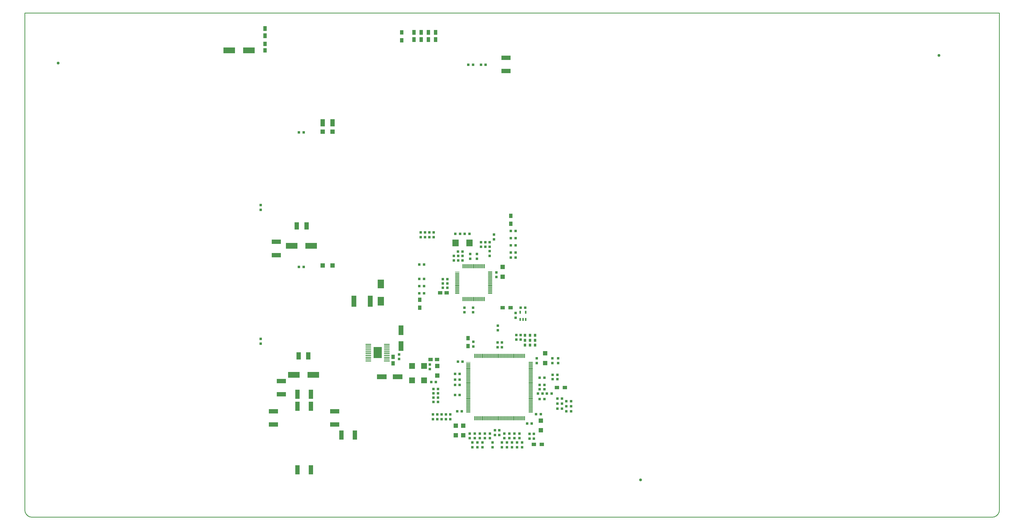
<source format=gtp>
%FSLAX24Y24*%
%MOIN*%
G70*
G01*
G75*
%ADD10C,0.0110*%
%ADD11C,0.0380*%
%ADD12C,0.0100*%
%ADD13R,0.0380X0.0380*%
%ADD14R,0.0600X0.0500*%
%ADD15R,0.0600X0.0600*%
%ADD16O,0.0630X0.0110*%
%ADD17O,0.0110X0.0630*%
%ADD18O,0.0630X0.0110*%
%ADD19R,0.0630X0.0110*%
%ADD20R,0.0500X0.0600*%
%ADD21R,0.0500X0.0650*%
%ADD22R,0.1614X0.0827*%
%ADD23R,0.0600X0.1000*%
%ADD24R,0.1250X0.0600*%
%ADD25R,0.0380X0.0425*%
%ADD26R,0.0709X0.1575*%
%ADD27C,0.0400*%
%ADD28R,0.1378X0.0709*%
%ADD29R,0.0709X0.1378*%
%ADD30R,0.0800X0.0800*%
%ADD31O,0.0846X0.0138*%
%ADD32R,0.0846X0.0138*%
%ADD33R,0.1181X0.1575*%
%ADD34R,0.0600X0.1250*%
%ADD35R,0.0900X0.1200*%
%ADD36R,0.0236X0.0433*%
%ADD37R,0.0906X0.0945*%
%ADD38C,0.0600*%
%ADD39C,0.0400*%
%ADD40C,0.0110*%
%ADD41C,0.0250*%
%ADD42C,0.0500*%
%ADD43C,0.0200*%
%ADD44C,0.0150*%
%ADD45C,0.0300*%
%ADD46C,0.0120*%
%ADD47C,0.1000*%
%ADD48C,0.0370*%
%ADD49C,0.0130*%
%ADD50C,0.0390*%
%ADD51C,0.0290*%
%ADD52C,0.0140*%
%ADD53C,0.0180*%
%ADD54C,0.0800*%
%ADD55R,0.5050X0.4500*%
%ADD56R,0.5050X0.4550*%
%ADD57R,0.5200X0.4550*%
%ADD58R,0.5050X0.9550*%
%ADD59C,0.0620*%
%ADD60C,0.0500*%
%ADD61C,0.0600*%
%ADD62C,0.1181*%
%ADD63P,0.1181X8X0*%
%ADD64C,0.0650*%
%ADD65C,0.2600*%
%ADD66C,0.0945*%
%ADD67C,0.0787*%
%ADD68C,0.0906*%
%ADD69P,0.0620X8X0*%
%ADD70C,0.1575*%
%ADD71C,0.0450*%
%ADD72C,0.0080*%
%ADD73C,0.0098*%
%ADD74C,0.0060*%
%ADD75C,0.0079*%
%ADD76C,0.0090*%
%ADD77C,0.0160*%
%ADD78R,0.0300X0.0500*%
%ADD79R,0.1500X0.0500*%
%ADD80R,0.0430X0.3100*%
%ADD81R,0.0130X0.0360*%
D12*
X165550Y41981D02*
X165648Y41986D01*
X165745Y42000D01*
X165840Y42024D01*
X165933Y42057D01*
X166021Y42099D01*
X166106Y42149D01*
X166184Y42208D01*
X166257Y42274D01*
X166323Y42346D01*
X166381Y42425D01*
X166432Y42509D01*
X166474Y42598D01*
X166507Y42690D01*
X166531Y42786D01*
X166545Y42883D01*
X166550Y42981D01*
X31350D02*
X31355Y42883D01*
X31369Y42786D01*
X31393Y42690D01*
X31426Y42598D01*
X31468Y42509D01*
X31519Y42425D01*
X31577Y42346D01*
X31643Y42274D01*
X31716Y42208D01*
X31794Y42149D01*
X31879Y42099D01*
X31967Y42057D01*
X32060Y42024D01*
X32155Y42000D01*
X32252Y41986D01*
X32350Y41981D01*
X165550D01*
X31350Y112031D02*
X166550D01*
X31350Y42981D02*
Y112031D01*
X166550Y42981D02*
Y112031D01*
D13*
X94100Y78531D02*
D03*
X95850Y78281D02*
D03*
X94650Y80181D02*
D03*
X99450Y69681D02*
D03*
Y70331D02*
D03*
X90900Y78281D02*
D03*
Y77631D02*
D03*
X94100Y77881D02*
D03*
X93550Y70431D02*
D03*
Y71081D02*
D03*
X89350Y73831D02*
D03*
X90000D02*
D03*
X89350Y74431D02*
D03*
X90000D02*
D03*
X93150Y77881D02*
D03*
Y78531D02*
D03*
X95250Y79531D02*
D03*
Y80181D02*
D03*
X95850Y79531D02*
D03*
Y80181D02*
D03*
X92100Y78281D02*
D03*
Y77631D02*
D03*
X95300Y104831D02*
D03*
X94650D02*
D03*
X95850Y78931D02*
D03*
X94650Y79531D02*
D03*
X91450Y78881D02*
D03*
X92100D02*
D03*
X91500Y78281D02*
D03*
Y77631D02*
D03*
X91100Y81331D02*
D03*
X91750D02*
D03*
X93050D02*
D03*
X92400D02*
D03*
X96800Y75331D02*
D03*
Y75981D02*
D03*
X92350Y71081D02*
D03*
Y70431D02*
D03*
X90000Y75031D02*
D03*
X89350D02*
D03*
X92900Y104831D02*
D03*
X93550D02*
D03*
X96450Y80581D02*
D03*
Y81231D02*
D03*
X100800Y71081D02*
D03*
X100150D02*
D03*
X99450Y78731D02*
D03*
X98800D02*
D03*
X99450Y79731D02*
D03*
X98800D02*
D03*
X99450Y78031D02*
D03*
X98800D02*
D03*
Y80731D02*
D03*
X99450D02*
D03*
X88100Y80881D02*
D03*
X87500D02*
D03*
X97000Y68581D02*
D03*
X88100Y81531D02*
D03*
X64100Y84681D02*
D03*
Y85331D02*
D03*
Y66731D02*
D03*
Y66081D02*
D03*
X70050Y95431D02*
D03*
X69400D02*
D03*
X87750Y60731D02*
D03*
X88400D02*
D03*
X102000Y52881D02*
D03*
Y53531D02*
D03*
X101400Y52881D02*
D03*
Y53531D02*
D03*
X102950Y56281D02*
D03*
X102300D02*
D03*
X97900Y52931D02*
D03*
Y53581D02*
D03*
X97550Y51681D02*
D03*
Y52331D02*
D03*
X94850D02*
D03*
Y51681D02*
D03*
X100350Y52331D02*
D03*
X100000Y53581D02*
D03*
X99650Y52331D02*
D03*
X99300Y53581D02*
D03*
X98950Y52331D02*
D03*
X98600Y53581D02*
D03*
X98250Y52331D02*
D03*
X96250D02*
D03*
X95900Y53581D02*
D03*
X95200D02*
D03*
X94500D02*
D03*
X94150Y52331D02*
D03*
X93800Y53581D02*
D03*
X93450Y52331D02*
D03*
X93100Y53581D02*
D03*
X90400Y56231D02*
D03*
X89800D02*
D03*
X89200D02*
D03*
X88700Y57981D02*
D03*
X88050Y58581D02*
D03*
Y59181D02*
D03*
X88700Y59781D02*
D03*
Y58581D02*
D03*
X90400Y55581D02*
D03*
X93800Y52931D02*
D03*
X95900D02*
D03*
X99300D02*
D03*
X100350Y51681D02*
D03*
X88700Y59181D02*
D03*
X89800Y55581D02*
D03*
X93450Y51681D02*
D03*
X94500Y52931D02*
D03*
X96250Y51681D02*
D03*
X98250D02*
D03*
X98950D02*
D03*
X100000Y52931D02*
D03*
X89200Y55581D02*
D03*
X93100Y52931D02*
D03*
X94150Y51681D02*
D03*
X95200Y52931D02*
D03*
X98600D02*
D03*
X99650Y51681D02*
D03*
X88050Y59781D02*
D03*
X88600Y55581D02*
D03*
X88000D02*
D03*
X88050Y57981D02*
D03*
X102800Y61331D02*
D03*
Y60331D02*
D03*
Y58381D02*
D03*
X97200Y54031D02*
D03*
X91700Y58931D02*
D03*
Y61881D02*
D03*
X97550Y65581D02*
D03*
X96950Y66231D02*
D03*
X102400Y64031D02*
D03*
X103450Y59731D02*
D03*
X101700Y54981D02*
D03*
X96600Y53381D02*
D03*
X91350Y56681D02*
D03*
X91450Y63581D02*
D03*
X91050Y60331D02*
D03*
X93600Y66331D02*
D03*
X103450Y61331D02*
D03*
Y60331D02*
D03*
Y58381D02*
D03*
X97200Y53381D02*
D03*
X91050Y58931D02*
D03*
Y61881D02*
D03*
X97550Y66231D02*
D03*
X96950Y65581D02*
D03*
X102400Y63381D02*
D03*
X102800Y59731D02*
D03*
X101050Y54981D02*
D03*
X96600Y54031D02*
D03*
X92000Y56681D02*
D03*
X92100Y63581D02*
D03*
X91700Y60331D02*
D03*
X93600Y65681D02*
D03*
X91050Y61081D02*
D03*
X91700D02*
D03*
X87500Y81531D02*
D03*
X86900Y80881D02*
D03*
Y81531D02*
D03*
X86300Y80881D02*
D03*
Y81531D02*
D03*
X97000Y67931D02*
D03*
X87550Y62531D02*
D03*
Y63181D02*
D03*
X86750Y74081D02*
D03*
Y75081D02*
D03*
Y77081D02*
D03*
X83300Y64581D02*
D03*
Y63931D02*
D03*
X70050Y76731D02*
D03*
X69400D02*
D03*
X86100Y77081D02*
D03*
Y74081D02*
D03*
Y75081D02*
D03*
X88000Y56231D02*
D03*
X88600D02*
D03*
X86100Y73081D02*
D03*
X86750D02*
D03*
X99550Y66631D02*
D03*
Y67281D02*
D03*
X100150Y66631D02*
D03*
Y67281D02*
D03*
X106500Y57381D02*
D03*
X104450Y59131D02*
D03*
X105250Y61731D02*
D03*
X105350Y64031D02*
D03*
X104550D02*
D03*
X105250Y61131D02*
D03*
Y57731D02*
D03*
Y58431D02*
D03*
X104600Y61131D02*
D03*
Y61731D02*
D03*
X105350Y63381D02*
D03*
X104550D02*
D03*
X103800Y59131D02*
D03*
X106500Y58081D02*
D03*
X98800Y81731D02*
D03*
X99450D02*
D03*
X105250Y57031D02*
D03*
X105900Y58431D02*
D03*
X107150Y58081D02*
D03*
Y57381D02*
D03*
X105900Y57731D02*
D03*
Y57031D02*
D03*
X106500Y56681D02*
D03*
X107150D02*
D03*
X103200Y59131D02*
D03*
X102550D02*
D03*
D14*
X89000Y73131D02*
D03*
X89900D02*
D03*
X98750Y71081D02*
D03*
X97650D02*
D03*
X88550Y63881D02*
D03*
X87650D02*
D03*
X105200Y59981D02*
D03*
X106300D02*
D03*
X103100Y52081D02*
D03*
X102000D02*
D03*
D15*
X97650Y75381D02*
D03*
Y76731D02*
D03*
X72700Y95531D02*
D03*
X74050D02*
D03*
X102950Y55381D02*
D03*
X92200Y54681D02*
D03*
X91150Y53331D02*
D03*
X102950Y54031D02*
D03*
X92200Y53331D02*
D03*
X91150Y54681D02*
D03*
X103550Y63381D02*
D03*
Y64731D02*
D03*
X72700Y76931D02*
D03*
X74050D02*
D03*
X88600Y61631D02*
D03*
Y62981D02*
D03*
D16*
X95917Y76031D02*
D03*
Y74062D02*
D03*
Y73865D02*
D03*
Y73275D02*
D03*
Y73472D02*
D03*
Y73668D02*
D03*
Y75637D02*
D03*
Y75440D02*
D03*
Y75243D02*
D03*
Y74850D02*
D03*
Y74456D02*
D03*
Y73078D02*
D03*
X91350Y73472D02*
D03*
Y73865D02*
D03*
Y74062D02*
D03*
Y74653D02*
D03*
Y74850D02*
D03*
Y75243D02*
D03*
Y75440D02*
D03*
Y75637D02*
D03*
Y75834D02*
D03*
X95917Y74259D02*
D03*
Y75834D02*
D03*
Y75046D02*
D03*
Y74653D02*
D03*
X91350Y74456D02*
D03*
Y74259D02*
D03*
Y73668D02*
D03*
Y73078D02*
D03*
Y73275D02*
D03*
X101561Y62496D02*
D03*
Y62103D02*
D03*
Y61906D02*
D03*
Y60922D02*
D03*
Y57969D02*
D03*
Y57772D02*
D03*
Y57575D02*
D03*
Y57378D02*
D03*
Y58559D02*
D03*
X92900Y63284D02*
D03*
Y56985D02*
D03*
Y57378D02*
D03*
X101561Y63481D02*
D03*
Y63284D02*
D03*
Y62890D02*
D03*
Y62693D02*
D03*
Y61512D02*
D03*
Y61315D02*
D03*
Y60331D02*
D03*
Y59937D02*
D03*
Y59741D02*
D03*
Y58363D02*
D03*
Y58166D02*
D03*
Y56591D02*
D03*
X92900D02*
D03*
Y56788D02*
D03*
Y57182D02*
D03*
Y57575D02*
D03*
Y57772D02*
D03*
Y58756D02*
D03*
Y58953D02*
D03*
Y60528D02*
D03*
Y60922D02*
D03*
Y61118D02*
D03*
Y61315D02*
D03*
Y61512D02*
D03*
Y61709D02*
D03*
Y61906D02*
D03*
Y62103D02*
D03*
Y62890D02*
D03*
Y63087D02*
D03*
X101561Y59544D02*
D03*
X92900Y60134D02*
D03*
Y60725D02*
D03*
X101561Y63087D02*
D03*
Y60134D02*
D03*
X92900Y59937D02*
D03*
Y59347D02*
D03*
Y59150D02*
D03*
Y58559D02*
D03*
Y58363D02*
D03*
Y58166D02*
D03*
Y57969D02*
D03*
Y59544D02*
D03*
Y59741D02*
D03*
X101561Y59150D02*
D03*
Y58953D02*
D03*
Y58756D02*
D03*
Y60528D02*
D03*
Y59347D02*
D03*
Y60725D02*
D03*
Y61709D02*
D03*
Y61118D02*
D03*
Y62300D02*
D03*
X92900Y62693D02*
D03*
Y62496D02*
D03*
Y62300D02*
D03*
X101561Y56985D02*
D03*
Y56788D02*
D03*
Y57182D02*
D03*
D17*
X93929Y72271D02*
D03*
X93732D02*
D03*
X93338D02*
D03*
X92748D02*
D03*
X92944D02*
D03*
X93141D02*
D03*
X94126D02*
D03*
X94322D02*
D03*
X92157Y76838D02*
D03*
X92354D02*
D03*
X92551D02*
D03*
X92748D02*
D03*
X92944D02*
D03*
X93141D02*
D03*
X93338D02*
D03*
X93535D02*
D03*
X93732D02*
D03*
X93929D02*
D03*
X94126D02*
D03*
X94322D02*
D03*
X94716D02*
D03*
X94913D02*
D03*
X95110D02*
D03*
X92354Y72271D02*
D03*
X92157D02*
D03*
X93535D02*
D03*
X92551D02*
D03*
X94519Y76838D02*
D03*
X95110Y72271D02*
D03*
X94913D02*
D03*
X94716D02*
D03*
X94519D02*
D03*
X96148Y64367D02*
D03*
X96345D02*
D03*
X96542D02*
D03*
X100085D02*
D03*
X99888D02*
D03*
X94376D02*
D03*
X94180D02*
D03*
X100676Y55705D02*
D03*
X99888D02*
D03*
X100085D02*
D03*
X93786D02*
D03*
X94180D02*
D03*
X93786Y64367D02*
D03*
X93983D02*
D03*
X95557D02*
D03*
X96739D02*
D03*
X96935D02*
D03*
X97132D02*
D03*
X97329D02*
D03*
X97526D02*
D03*
X97723D02*
D03*
X98707D02*
D03*
X100479D02*
D03*
Y55705D02*
D03*
X100282D02*
D03*
X98510D02*
D03*
X97329D02*
D03*
X96935D02*
D03*
X96739D02*
D03*
X95361D02*
D03*
X93983D02*
D03*
X100676Y64367D02*
D03*
X100282D02*
D03*
X94376Y55705D02*
D03*
X94573D02*
D03*
X94770D02*
D03*
X94967D02*
D03*
X95164D02*
D03*
X95557D02*
D03*
X95754D02*
D03*
X95951D02*
D03*
X96148D02*
D03*
X96345D02*
D03*
X96542D02*
D03*
X97132D02*
D03*
X97526D02*
D03*
X97723D02*
D03*
X97920D02*
D03*
X98117D02*
D03*
X98313D02*
D03*
X98707D02*
D03*
X98904D02*
D03*
X99101D02*
D03*
X99298D02*
D03*
X99494D02*
D03*
X99691Y64367D02*
D03*
X99298D02*
D03*
X99494D02*
D03*
X94573D02*
D03*
X94770D02*
D03*
X95951D02*
D03*
X95754D02*
D03*
X95361D02*
D03*
X95164D02*
D03*
X94967D02*
D03*
X97920D02*
D03*
X98117D02*
D03*
X98904D02*
D03*
X99101D02*
D03*
X98510D02*
D03*
X98313D02*
D03*
X99691Y55705D02*
D03*
D18*
X91350Y75046D02*
D03*
X92900Y60331D02*
D03*
D19*
X91350Y76031D02*
D03*
X92900Y63481D02*
D03*
D20*
X64700Y107731D02*
D03*
Y106831D02*
D03*
X82450Y64231D02*
D03*
Y63331D02*
D03*
X83650Y108231D02*
D03*
Y109331D02*
D03*
X98800Y83831D02*
D03*
Y82731D02*
D03*
X92850Y65731D02*
D03*
Y66831D02*
D03*
X86150Y71081D02*
D03*
Y72181D02*
D03*
D21*
X64700Y108881D02*
D03*
Y109881D02*
D03*
X88350Y109331D02*
D03*
Y108331D02*
D03*
X86350D02*
D03*
Y109331D02*
D03*
X87350Y108331D02*
D03*
Y109331D02*
D03*
X85350Y108331D02*
D03*
Y109331D02*
D03*
D22*
X59733Y106831D02*
D03*
X62450D02*
D03*
X71100Y79681D02*
D03*
X68383D02*
D03*
X68683Y61731D02*
D03*
X71400D02*
D03*
D23*
X74050Y96781D02*
D03*
X72700D02*
D03*
X69100Y82431D02*
D03*
X70450D02*
D03*
X69350Y64381D02*
D03*
X70700D02*
D03*
D24*
X66250Y78381D02*
D03*
Y80231D02*
D03*
X74350Y56681D02*
D03*
X65850D02*
D03*
Y54831D02*
D03*
X74350D02*
D03*
X66950Y60881D02*
D03*
Y59031D02*
D03*
X98123Y103970D02*
D03*
Y105820D02*
D03*
D25*
X102150Y67231D02*
D03*
Y66552D02*
D03*
Y65872D02*
D03*
X100750D02*
D03*
Y66552D02*
D03*
Y67231D02*
D03*
X101450D02*
D03*
Y66552D02*
D03*
Y65872D02*
D03*
D26*
X79292Y71981D02*
D03*
X77008D02*
D03*
D27*
X116800Y47131D02*
D03*
X158200Y106131D02*
D03*
X36000Y105081D02*
D03*
D28*
X83100Y61481D02*
D03*
X80895D02*
D03*
D29*
X83550Y67935D02*
D03*
Y65731D02*
D03*
D30*
X86754Y60981D02*
D03*
Y62981D02*
D03*
X85100Y60981D02*
D03*
Y62981D02*
D03*
D31*
X79021Y65984D02*
D03*
Y65728D02*
D03*
Y65472D02*
D03*
Y65216D02*
D03*
Y64960D02*
D03*
Y64704D02*
D03*
Y64448D02*
D03*
Y64193D02*
D03*
Y63937D02*
D03*
Y63681D02*
D03*
X81600Y65984D02*
D03*
Y64960D02*
D03*
Y64704D02*
D03*
Y64448D02*
D03*
Y64193D02*
D03*
Y63937D02*
D03*
Y65216D02*
D03*
Y65728D02*
D03*
Y65472D02*
D03*
D32*
Y63681D02*
D03*
D33*
X80311Y64832D02*
D03*
D34*
X77150Y53381D02*
D03*
X75300D02*
D03*
X69200Y59031D02*
D03*
X71050D02*
D03*
Y48531D02*
D03*
X69200D02*
D03*
X71050Y57381D02*
D03*
X69200D02*
D03*
D35*
X80750Y71981D02*
D03*
Y74381D02*
D03*
D36*
X100848Y70454D02*
D03*
X100474Y69431D02*
D03*
X100848D02*
D03*
X100100Y70454D02*
D03*
Y69431D02*
D03*
D37*
X91121Y80081D02*
D03*
X93050D02*
D03*
M02*

</source>
